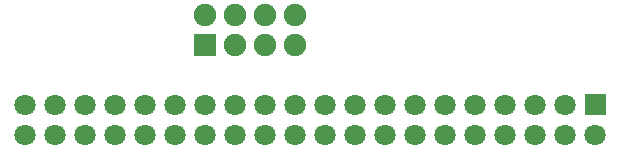
<source format=gbs>
G04 Layer: BottomSolderMaskLayer*
G04 EasyEDA v6.1.52, Wed, 17 Jul 2019 13:51:58 GMT*
G04 0f272f2afd1b494c8b1dbf383a833715,ab89ba01d8c54d20b0ee7efe4e0f3ffc,10*
G04 Gerber Generator version 0.2*
G04 Scale: 100 percent, Rotated: No, Reflected: No *
G04 Dimensions in inches *
G04 leading zeros omitted , absolute positions ,2 integer and 4 decimal *
%FSLAX24Y24*%
%MOIN*%
G90*
G70D02*

%ADD25C,0.070992*%
%ADD31R,0.074929X0.074929*%
%ADD32C,0.074929*%

%LPD*%
G36*
G01X19294Y1294D02*
G01X19294Y2005D01*
G01X20005Y2005D01*
G01X20005Y1294D01*
G01X19294Y1294D01*
G37*
G54D25*
G01X19650Y650D03*
G01X18650Y1650D03*
G01X18650Y650D03*
G01X17650Y1650D03*
G01X17650Y650D03*
G01X16650Y1650D03*
G01X16650Y650D03*
G01X15650Y1650D03*
G01X15650Y650D03*
G01X14650Y1650D03*
G01X14650Y650D03*
G01X13650Y1650D03*
G01X13650Y650D03*
G01X12650Y1650D03*
G01X12650Y650D03*
G01X11650Y1650D03*
G01X11650Y650D03*
G01X10650Y1650D03*
G01X10650Y650D03*
G01X9650Y1650D03*
G01X9650Y650D03*
G01X8650Y1650D03*
G01X8650Y650D03*
G01X7650Y1650D03*
G01X7650Y650D03*
G01X6650Y1650D03*
G01X6650Y650D03*
G01X5650Y1650D03*
G01X5650Y650D03*
G01X4650Y1650D03*
G01X4650Y650D03*
G01X3650Y1650D03*
G01X3650Y650D03*
G01X2650Y1650D03*
G01X2650Y650D03*
G01X1650Y1650D03*
G01X1650Y650D03*
G01X650Y1650D03*
G01X650Y650D03*
G54D31*
G01X6650Y3650D03*
G54D32*
G01X6650Y4650D03*
G01X7650Y3650D03*
G01X7650Y4650D03*
G01X8650Y3650D03*
G01X8650Y4650D03*
G01X9650Y3650D03*
G01X9650Y4650D03*
M00*
M02*

</source>
